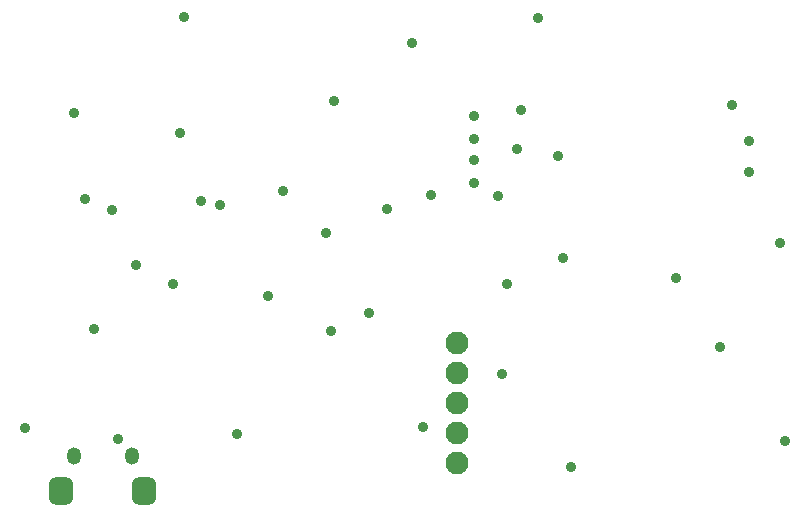
<source format=gbs>
G04*
G04 #@! TF.GenerationSoftware,Altium Limited,Altium Designer,22.6.1 (34)*
G04*
G04 Layer_Color=16711935*
%FSLAX44Y44*%
%MOMM*%
G71*
G04*
G04 #@! TF.SameCoordinates,72EB69C3-9BB9-4872-A384-3B2A4397978F*
G04*
G04*
G04 #@! TF.FilePolarity,Negative*
G04*
G01*
G75*
G04:AMPARAMS|DCode=54|XSize=1.4532mm|YSize=1.2532mm|CornerRadius=0.6266mm|HoleSize=0mm|Usage=FLASHONLY|Rotation=270.000|XOffset=0mm|YOffset=0mm|HoleType=Round|Shape=RoundedRectangle|*
%AMROUNDEDRECTD54*
21,1,1.4532,0.0000,0,0,270.0*
21,1,0.2000,1.2532,0,0,270.0*
1,1,1.2532,0.0000,-0.1000*
1,1,1.2532,0.0000,0.1000*
1,1,1.2532,0.0000,0.1000*
1,1,1.2532,0.0000,-0.1000*
%
%ADD54ROUNDEDRECTD54*%
G04:AMPARAMS|DCode=55|XSize=2.3032mm|YSize=2.1032mm|CornerRadius=0.5766mm|HoleSize=0mm|Usage=FLASHONLY|Rotation=270.000|XOffset=0mm|YOffset=0mm|HoleType=Round|Shape=RoundedRectangle|*
%AMROUNDEDRECTD55*
21,1,2.3032,0.9500,0,0,270.0*
21,1,1.1500,2.1032,0,0,270.0*
1,1,1.1532,-0.4750,-0.5750*
1,1,1.1532,-0.4750,0.5750*
1,1,1.1532,0.4750,0.5750*
1,1,1.1532,0.4750,-0.5750*
%
%ADD55ROUNDEDRECTD55*%
%ADD56C,1.9532*%
%ADD57C,0.9032*%
D54*
X731050Y654287D02*
D03*
X682550D02*
D03*
D55*
X741925Y624287D02*
D03*
X671675D02*
D03*
D56*
X1006678Y749890D02*
D03*
Y699090D02*
D03*
Y724490D02*
D03*
Y673690D02*
D03*
Y648290D02*
D03*
D57*
X806120Y866783D02*
D03*
X1021046Y884927D02*
D03*
X1020833Y904277D02*
D03*
X1020727Y922671D02*
D03*
X947088Y862624D02*
D03*
X984354Y874927D02*
D03*
X968517Y1003158D02*
D03*
X1021005Y941668D02*
D03*
X790000Y870000D02*
D03*
X932101Y775273D02*
D03*
X858922Y878004D02*
D03*
X1057618Y914082D02*
D03*
X1041297Y874169D02*
D03*
X978123Y678156D02*
D03*
X1280412Y834018D02*
D03*
X1060701Y946414D02*
D03*
X640518Y677385D02*
D03*
X719651Y667849D02*
D03*
X698901Y761212D02*
D03*
X766445Y799688D02*
D03*
X734781Y815281D02*
D03*
X691761Y871278D02*
D03*
X714368Y862262D02*
D03*
X682702Y944544D02*
D03*
X902733Y954185D02*
D03*
X775690Y1025244D02*
D03*
X771785Y927435D02*
D03*
X895764Y842432D02*
D03*
X846796Y789636D02*
D03*
X820231Y672310D02*
D03*
X900000Y760000D02*
D03*
X1075355Y1025096D02*
D03*
X1092508Y908146D02*
D03*
X1049337Y799864D02*
D03*
X1044429Y723392D02*
D03*
X1102829Y644448D02*
D03*
X1283926Y666163D02*
D03*
X1192075Y804251D02*
D03*
X1229132Y745910D02*
D03*
X1096172Y821908D02*
D03*
X1239767Y950741D02*
D03*
X1253459Y894081D02*
D03*
X1254034Y920740D02*
D03*
M02*

</source>
